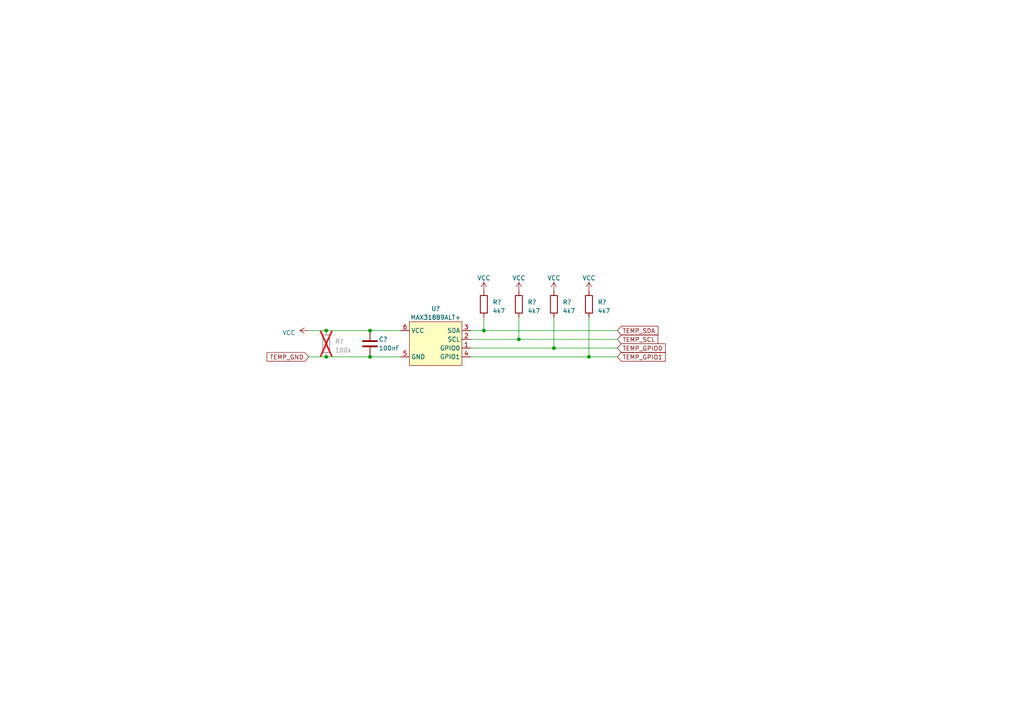
<source format=kicad_sch>
(kicad_sch (version 20230121) (generator eeschema)

  (uuid 92fb2d73-4d6f-4f2a-8a3b-975f12a8adaf)

  (paper "A4")

  (lib_symbols
    (symbol "Device:C" (pin_numbers hide) (pin_names (offset 0.254)) (in_bom yes) (on_board yes)
      (property "Reference" "C" (at 0.635 2.54 0)
        (effects (font (size 1.27 1.27)) (justify left))
      )
      (property "Value" "C" (at 0.635 -2.54 0)
        (effects (font (size 1.27 1.27)) (justify left))
      )
      (property "Footprint" "" (at 0.9652 -3.81 0)
        (effects (font (size 1.27 1.27)) hide)
      )
      (property "Datasheet" "~" (at 0 0 0)
        (effects (font (size 1.27 1.27)) hide)
      )
      (property "ki_keywords" "cap capacitor" (at 0 0 0)
        (effects (font (size 1.27 1.27)) hide)
      )
      (property "ki_description" "Unpolarized capacitor" (at 0 0 0)
        (effects (font (size 1.27 1.27)) hide)
      )
      (property "ki_fp_filters" "C_*" (at 0 0 0)
        (effects (font (size 1.27 1.27)) hide)
      )
      (symbol "C_0_1"
        (polyline
          (pts
            (xy -2.032 -0.762)
            (xy 2.032 -0.762)
          )
          (stroke (width 0.508) (type default))
          (fill (type none))
        )
        (polyline
          (pts
            (xy -2.032 0.762)
            (xy 2.032 0.762)
          )
          (stroke (width 0.508) (type default))
          (fill (type none))
        )
      )
      (symbol "C_1_1"
        (pin passive line (at 0 3.81 270) (length 2.794)
          (name "~" (effects (font (size 1.27 1.27))))
          (number "1" (effects (font (size 1.27 1.27))))
        )
        (pin passive line (at 0 -3.81 90) (length 2.794)
          (name "~" (effects (font (size 1.27 1.27))))
          (number "2" (effects (font (size 1.27 1.27))))
        )
      )
    )
    (symbol "Device:R" (pin_numbers hide) (pin_names (offset 0)) (in_bom yes) (on_board yes)
      (property "Reference" "R" (at 2.032 0 90)
        (effects (font (size 1.27 1.27)))
      )
      (property "Value" "R" (at 0 0 90)
        (effects (font (size 1.27 1.27)))
      )
      (property "Footprint" "" (at -1.778 0 90)
        (effects (font (size 1.27 1.27)) hide)
      )
      (property "Datasheet" "~" (at 0 0 0)
        (effects (font (size 1.27 1.27)) hide)
      )
      (property "ki_keywords" "R res resistor" (at 0 0 0)
        (effects (font (size 1.27 1.27)) hide)
      )
      (property "ki_description" "Resistor" (at 0 0 0)
        (effects (font (size 1.27 1.27)) hide)
      )
      (property "ki_fp_filters" "R_*" (at 0 0 0)
        (effects (font (size 1.27 1.27)) hide)
      )
      (symbol "R_0_1"
        (rectangle (start -1.016 -2.54) (end 1.016 2.54)
          (stroke (width 0.254) (type default))
          (fill (type none))
        )
      )
      (symbol "R_1_1"
        (pin passive line (at 0 3.81 270) (length 1.27)
          (name "~" (effects (font (size 1.27 1.27))))
          (number "1" (effects (font (size 1.27 1.27))))
        )
        (pin passive line (at 0 -3.81 90) (length 1.27)
          (name "~" (effects (font (size 1.27 1.27))))
          (number "2" (effects (font (size 1.27 1.27))))
        )
      )
    )
    (symbol "MAX31889:MAX31889" (in_bom yes) (on_board yes)
      (property "Reference" "U" (at 0 -10.16 0)
        (effects (font (size 1.27 1.27)))
      )
      (property "Value" "MAX31889" (at 0 -7.62 0)
        (effects (font (size 1.27 1.27)))
      )
      (property "Footprint" "" (at -2.54 2.54 0)
        (effects (font (size 1.27 1.27)) hide)
      )
      (property "Datasheet" "" (at -2.54 2.54 0)
        (effects (font (size 1.27 1.27)) hide)
      )
      (symbol "MAX31889_0_1"
        (rectangle (start -7.62 7.62) (end 7.62 -5.08)
          (stroke (width 0) (type default))
          (fill (type background))
        )
      )
      (symbol "MAX31889_1_0"
        (pin bidirectional line (at 10.16 0 180) (length 2.54)
          (name "GPIO0" (effects (font (size 1.27 1.27))))
          (number "1" (effects (font (size 1.27 1.27))))
        )
        (pin input line (at 10.16 2.54 180) (length 2.54)
          (name "SCL" (effects (font (size 1.27 1.27))))
          (number "2" (effects (font (size 1.27 1.27))))
        )
        (pin bidirectional line (at 10.16 5.08 180) (length 2.54)
          (name "SDA" (effects (font (size 1.27 1.27))))
          (number "3" (effects (font (size 1.27 1.27))))
        )
        (pin bidirectional line (at 10.16 -2.54 180) (length 2.54)
          (name "GPIO1" (effects (font (size 1.27 1.27))))
          (number "4" (effects (font (size 1.27 1.27))))
        )
        (pin power_in line (at -10.16 -2.54 0) (length 2.54)
          (name "GND" (effects (font (size 1.27 1.27))))
          (number "5" (effects (font (size 1.27 1.27))))
        )
        (pin power_in line (at -10.16 5.08 0) (length 2.54)
          (name "VCC" (effects (font (size 1.27 1.27))))
          (number "6" (effects (font (size 1.27 1.27))))
        )
      )
    )
    (symbol "power:VCC" (power) (pin_names (offset 0)) (in_bom yes) (on_board yes)
      (property "Reference" "#PWR" (at 0 -3.81 0)
        (effects (font (size 1.27 1.27)) hide)
      )
      (property "Value" "VCC" (at 0 3.81 0)
        (effects (font (size 1.27 1.27)))
      )
      (property "Footprint" "" (at 0 0 0)
        (effects (font (size 1.27 1.27)) hide)
      )
      (property "Datasheet" "" (at 0 0 0)
        (effects (font (size 1.27 1.27)) hide)
      )
      (property "ki_keywords" "global power" (at 0 0 0)
        (effects (font (size 1.27 1.27)) hide)
      )
      (property "ki_description" "Power symbol creates a global label with name \"VCC\"" (at 0 0 0)
        (effects (font (size 1.27 1.27)) hide)
      )
      (symbol "VCC_0_1"
        (polyline
          (pts
            (xy -0.762 1.27)
            (xy 0 2.54)
          )
          (stroke (width 0) (type default))
          (fill (type none))
        )
        (polyline
          (pts
            (xy 0 0)
            (xy 0 2.54)
          )
          (stroke (width 0) (type default))
          (fill (type none))
        )
        (polyline
          (pts
            (xy 0 2.54)
            (xy 0.762 1.27)
          )
          (stroke (width 0) (type default))
          (fill (type none))
        )
      )
      (symbol "VCC_1_1"
        (pin power_in line (at 0 0 90) (length 0) hide
          (name "VCC" (effects (font (size 1.27 1.27))))
          (number "1" (effects (font (size 1.27 1.27))))
        )
      )
    )
  )

  (junction (at 107.315 95.885) (diameter 0) (color 0 0 0 0)
    (uuid 08973b99-aeab-4b95-a03f-a5ec07371157)
  )
  (junction (at 140.335 95.885) (diameter 0) (color 0 0 0 0)
    (uuid 090dbfd0-c6ab-435d-a95b-09545235c2e0)
  )
  (junction (at 170.815 103.505) (diameter 0) (color 0 0 0 0)
    (uuid 2cb6ee6b-e119-4152-a2f3-25630f825afa)
  )
  (junction (at 107.315 103.505) (diameter 0) (color 0 0 0 0)
    (uuid 559a9ecf-385d-4fe3-a125-a74d4b345ff1)
  )
  (junction (at 94.615 95.885) (diameter 0) (color 0 0 0 0)
    (uuid 8d8988d6-1a86-4847-8fa0-d362f2b51dc4)
  )
  (junction (at 160.655 100.965) (diameter 0) (color 0 0 0 0)
    (uuid 8f644909-0699-40b0-9988-b2fbfce1ef60)
  )
  (junction (at 94.615 103.505) (diameter 0) (color 0 0 0 0)
    (uuid d7fec721-6bf0-43a9-8138-204b73d947fe)
  )
  (junction (at 150.495 98.425) (diameter 0) (color 0 0 0 0)
    (uuid deedbf07-7067-4309-9c00-a1f4c9bb5121)
  )

  (wire (pts (xy 94.615 103.505) (xy 107.315 103.505))
    (stroke (width 0) (type default))
    (uuid 2ea3f6cf-7051-485d-a1d9-ac46b63e8473)
  )
  (wire (pts (xy 136.525 98.425) (xy 150.495 98.425))
    (stroke (width 0) (type default))
    (uuid 37d2919c-8868-4160-a1ec-4297cdacd818)
  )
  (wire (pts (xy 170.815 92.075) (xy 170.815 103.505))
    (stroke (width 0) (type default))
    (uuid 4ea6bc84-6131-4629-8723-acd4404f7907)
  )
  (wire (pts (xy 170.815 103.505) (xy 179.07 103.505))
    (stroke (width 0) (type default))
    (uuid 7d2c4e2c-aefe-4ed3-ad96-1d9308b04049)
  )
  (wire (pts (xy 150.495 92.075) (xy 150.495 98.425))
    (stroke (width 0) (type default))
    (uuid 7f72b3b4-6a44-4dd2-893e-1ad5db9abe1e)
  )
  (wire (pts (xy 94.615 95.885) (xy 107.315 95.885))
    (stroke (width 0) (type default))
    (uuid 8489fdb1-58ce-49a2-aff8-7fdd596386b2)
  )
  (wire (pts (xy 107.315 103.505) (xy 116.205 103.505))
    (stroke (width 0) (type default))
    (uuid 8a89d21f-c900-4a47-82e2-40177d8cf5ce)
  )
  (wire (pts (xy 136.525 100.965) (xy 160.655 100.965))
    (stroke (width 0) (type default))
    (uuid b64656a9-a6f0-4175-88f4-f74c71bdef11)
  )
  (wire (pts (xy 140.335 92.075) (xy 140.335 95.885))
    (stroke (width 0) (type default))
    (uuid bda23f17-1d5f-47a5-87d1-f06c66d52566)
  )
  (wire (pts (xy 179.07 95.885) (xy 140.335 95.885))
    (stroke (width 0) (type default))
    (uuid c26bbef7-2ba1-42ec-bde3-c6c02bebd89a)
  )
  (wire (pts (xy 107.315 95.885) (xy 116.205 95.885))
    (stroke (width 0) (type default))
    (uuid c2958c3e-7803-4339-a7de-d284bb194913)
  )
  (wire (pts (xy 160.655 92.075) (xy 160.655 100.965))
    (stroke (width 0) (type default))
    (uuid ca8db119-757a-4d88-b749-855bc28d5bb7)
  )
  (wire (pts (xy 136.525 103.505) (xy 170.815 103.505))
    (stroke (width 0) (type default))
    (uuid cd38e36d-7f68-4829-a5ee-484160c970e9)
  )
  (wire (pts (xy 136.525 95.885) (xy 140.335 95.885))
    (stroke (width 0) (type default))
    (uuid ce164536-7cd6-450b-b192-30295dac3cc8)
  )
  (wire (pts (xy 160.655 100.965) (xy 179.07 100.965))
    (stroke (width 0) (type default))
    (uuid d6c1fba8-7595-4119-9bb7-eda68d5b9d06)
  )
  (wire (pts (xy 150.495 98.425) (xy 179.07 98.425))
    (stroke (width 0) (type default))
    (uuid de834731-3957-4533-9184-70d836af4aa6)
  )
  (wire (pts (xy 89.535 103.505) (xy 94.615 103.505))
    (stroke (width 0) (type default))
    (uuid f6b90128-6701-4e77-b909-6c479ad28c8a)
  )
  (wire (pts (xy 89.535 95.885) (xy 94.615 95.885))
    (stroke (width 0) (type default))
    (uuid fcc4d22c-739a-48ca-b68a-461ab3f1b59e)
  )

  (global_label "TEMP_SCL" (shape input) (at 179.07 98.425 0) (fields_autoplaced)
    (effects (font (size 1.27 1.27)) (justify left))
    (uuid 4ef4f51d-ca8a-47d0-a57e-3a602a05365e)
    (property "Intersheetrefs" "${INTERSHEET_REFS}" (at 191.289 98.425 0)
      (effects (font (size 1.27 1.27)) (justify left) hide)
    )
  )
  (global_label "TEMP_GPIO1" (shape input) (at 179.07 103.505 0) (fields_autoplaced)
    (effects (font (size 1.27 1.27)) (justify left))
    (uuid 7ccb9a11-6725-458d-8d5d-c7d535fbfcb1)
    (property "Intersheetrefs" "${INTERSHEET_REFS}" (at 193.4662 103.505 0)
      (effects (font (size 1.27 1.27)) (justify left) hide)
    )
  )
  (global_label "TEMP_SDA" (shape input) (at 179.07 95.885 0) (fields_autoplaced)
    (effects (font (size 1.27 1.27)) (justify left))
    (uuid cf907a91-4cce-477a-a165-c1e80f286377)
    (property "Intersheetrefs" "${INTERSHEET_REFS}" (at 191.3495 95.885 0)
      (effects (font (size 1.27 1.27)) (justify left) hide)
    )
  )
  (global_label "TEMP_GND" (shape input) (at 89.535 103.505 180) (fields_autoplaced)
    (effects (font (size 1.27 1.27)) (justify right))
    (uuid d51b9590-5323-4e34-92b3-6749601b0dc6)
    (property "Intersheetrefs" "${INTERSHEET_REFS}" (at 76.9531 103.505 0)
      (effects (font (size 1.27 1.27)) (justify right) hide)
    )
  )
  (global_label "TEMP_GPIO0" (shape input) (at 179.07 100.965 0) (fields_autoplaced)
    (effects (font (size 1.27 1.27)) (justify left))
    (uuid fdee9bc3-377e-438d-9c11-304c54a1d496)
    (property "Intersheetrefs" "${INTERSHEET_REFS}" (at 193.4662 100.965 0)
      (effects (font (size 1.27 1.27)) (justify left) hide)
    )
  )

  (symbol (lib_id "power:VCC") (at 150.495 84.455 0) (unit 1)
    (in_bom yes) (on_board yes) (dnp no) (fields_autoplaced)
    (uuid 30cea4b5-3a85-4261-b1ae-6d9c4d9f5e08)
    (property "Reference" "#PWR0176" (at 150.495 88.265 0)
      (effects (font (size 1.27 1.27)) hide)
    )
    (property "Value" "VCC" (at 150.495 80.645 0)
      (effects (font (size 1.27 1.27)))
    )
    (property "Footprint" "" (at 150.495 84.455 0)
      (effects (font (size 1.27 1.27)) hide)
    )
    (property "Datasheet" "" (at 150.495 84.455 0)
      (effects (font (size 1.27 1.27)) hide)
    )
    (pin "1" (uuid 6b847d71-b844-4060-abfa-3611726b19fa))
    (instances
      (project "SolarTemperatureSensor"
        (path "/0eb44c0c-d1a8-4a0f-ba1d-588ef5b52663/d429dd98-c02a-4c22-826d-4751c46cf9d8"
          (reference "#PWR0176") (unit 1)
        )
      )
    )
  )

  (symbol (lib_id "Device:R") (at 150.495 88.265 0) (unit 1)
    (in_bom yes) (on_board yes) (dnp no) (fields_autoplaced)
    (uuid 38657400-5f96-46ea-a9ca-8a60aa16d1de)
    (property "Reference" "R?" (at 153.035 87.63 0)
      (effects (font (size 1.27 1.27)) (justify left))
    )
    (property "Value" "4k7" (at 153.035 90.17 0)
      (effects (font (size 1.27 1.27)) (justify left))
    )
    (property "Footprint" "Resistor_SMD:R_0603_1608Metric_Pad0.98x0.95mm_HandSolder" (at 148.717 88.265 90)
      (effects (font (size 1.27 1.27)) hide)
    )
    (property "Datasheet" "~" (at 150.495 88.265 0)
      (effects (font (size 1.27 1.27)) hide)
    )
    (pin "1" (uuid 57b43362-36e8-46d2-986d-43090193f3c9))
    (pin "2" (uuid 84f30f52-9e44-4485-b7ea-081855addbdd))
    (instances
      (project "SolarTemperatureSensor"
        (path "/0eb44c0c-d1a8-4a0f-ba1d-588ef5b52663"
          (reference "R?") (unit 1)
        )
        (path "/0eb44c0c-d1a8-4a0f-ba1d-588ef5b52663/d429dd98-c02a-4c22-826d-4751c46cf9d8"
          (reference "R39") (unit 1)
        )
      )
    )
  )

  (symbol (lib_id "MAX31889:MAX31889") (at 126.365 100.965 0) (unit 1)
    (in_bom yes) (on_board yes) (dnp no) (fields_autoplaced)
    (uuid 4994f87e-a607-4e4d-bfbd-521a6e5f6890)
    (property "Reference" "U?" (at 126.365 89.535 0)
      (effects (font (size 1.27 1.27)))
    )
    (property "Value" "MAX31889ALT+" (at 126.365 92.075 0)
      (effects (font (size 1.27 1.27)))
    )
    (property "Footprint" "MAX31889:MAXIM-uDFN6" (at 123.825 98.425 0)
      (effects (font (size 1.27 1.27)) hide)
    )
    (property "Datasheet" "" (at 123.825 98.425 0)
      (effects (font (size 1.27 1.27)) hide)
    )
    (pin "1" (uuid c810925c-11db-4247-8ef8-949e85f0ac8b))
    (pin "2" (uuid cacefc8f-5c06-4a98-ad1c-a196b32f15fd))
    (pin "3" (uuid b354ceb0-44b0-44ec-853b-e50945e124d2))
    (pin "4" (uuid 6c3512f1-b2df-4e62-8fe2-7b4533754bfd))
    (pin "5" (uuid 8a4c1f33-a310-4f6f-8a09-b9cc11424f81))
    (pin "6" (uuid d23c95df-456f-4ab4-a921-d8677a1298a6))
    (instances
      (project "SolarTemperatureSensor"
        (path "/0eb44c0c-d1a8-4a0f-ba1d-588ef5b52663"
          (reference "U?") (unit 1)
        )
        (path "/0eb44c0c-d1a8-4a0f-ba1d-588ef5b52663/d429dd98-c02a-4c22-826d-4751c46cf9d8"
          (reference "U5") (unit 1)
        )
      )
    )
  )

  (symbol (lib_id "Device:C") (at 107.315 99.695 0) (unit 1)
    (in_bom yes) (on_board yes) (dnp no)
    (uuid 4afb9313-bf0e-4b60-8d25-78c915cdeba4)
    (property "Reference" "C?" (at 109.855 98.425 0)
      (effects (font (size 1.27 1.27)) (justify left))
    )
    (property "Value" "100nF" (at 109.855 100.965 0)
      (effects (font (size 1.27 1.27)) (justify left))
    )
    (property "Footprint" "Capacitor_SMD:C_0603_1608Metric_Pad1.08x0.95mm_HandSolder" (at 108.2802 103.505 0)
      (effects (font (size 1.27 1.27)) hide)
    )
    (property "Datasheet" "~" (at 107.315 99.695 0)
      (effects (font (size 1.27 1.27)) hide)
    )
    (pin "1" (uuid 26ededed-9b0c-4e92-8d4f-3ea836866ae5))
    (pin "2" (uuid 113a782a-12b0-4cb2-bde2-3464f50bec96))
    (instances
      (project "SolarTemperatureSensor"
        (path "/0eb44c0c-d1a8-4a0f-ba1d-588ef5b52663"
          (reference "C?") (unit 1)
        )
        (path "/0eb44c0c-d1a8-4a0f-ba1d-588ef5b52663/d429dd98-c02a-4c22-826d-4751c46cf9d8"
          (reference "C28") (unit 1)
        )
      )
    )
  )

  (symbol (lib_id "power:VCC") (at 89.535 95.885 90) (unit 1)
    (in_bom yes) (on_board yes) (dnp no) (fields_autoplaced)
    (uuid 75aa51ef-5566-4194-bd9a-66d12e4f1856)
    (property "Reference" "#PWR0177" (at 93.345 95.885 0)
      (effects (font (size 1.27 1.27)) hide)
    )
    (property "Value" "VCC" (at 85.725 96.52 90)
      (effects (font (size 1.27 1.27)) (justify left))
    )
    (property "Footprint" "" (at 89.535 95.885 0)
      (effects (font (size 1.27 1.27)) hide)
    )
    (property "Datasheet" "" (at 89.535 95.885 0)
      (effects (font (size 1.27 1.27)) hide)
    )
    (pin "1" (uuid a1fdbf62-5dfd-4965-9ee6-32a40ac64a05))
    (instances
      (project "SolarTemperatureSensor"
        (path "/0eb44c0c-d1a8-4a0f-ba1d-588ef5b52663/d429dd98-c02a-4c22-826d-4751c46cf9d8"
          (reference "#PWR0177") (unit 1)
        )
      )
    )
  )

  (symbol (lib_id "power:VCC") (at 170.815 84.455 0) (unit 1)
    (in_bom yes) (on_board yes) (dnp no) (fields_autoplaced)
    (uuid bc6d6018-2a4d-48f0-a576-b4b1bce6522a)
    (property "Reference" "#PWR0173" (at 170.815 88.265 0)
      (effects (font (size 1.27 1.27)) hide)
    )
    (property "Value" "VCC" (at 170.815 80.645 0)
      (effects (font (size 1.27 1.27)))
    )
    (property "Footprint" "" (at 170.815 84.455 0)
      (effects (font (size 1.27 1.27)) hide)
    )
    (property "Datasheet" "" (at 170.815 84.455 0)
      (effects (font (size 1.27 1.27)) hide)
    )
    (pin "1" (uuid d3b2a30f-5529-4579-8322-9cbaa7471a9b))
    (instances
      (project "SolarTemperatureSensor"
        (path "/0eb44c0c-d1a8-4a0f-ba1d-588ef5b52663/d429dd98-c02a-4c22-826d-4751c46cf9d8"
          (reference "#PWR0173") (unit 1)
        )
      )
    )
  )

  (symbol (lib_id "power:VCC") (at 140.335 84.455 0) (unit 1)
    (in_bom yes) (on_board yes) (dnp no) (fields_autoplaced)
    (uuid c5265031-285f-4ef0-9dc5-a6f565b61ad8)
    (property "Reference" "#PWR0175" (at 140.335 88.265 0)
      (effects (font (size 1.27 1.27)) hide)
    )
    (property "Value" "VCC" (at 140.335 80.645 0)
      (effects (font (size 1.27 1.27)))
    )
    (property "Footprint" "" (at 140.335 84.455 0)
      (effects (font (size 1.27 1.27)) hide)
    )
    (property "Datasheet" "" (at 140.335 84.455 0)
      (effects (font (size 1.27 1.27)) hide)
    )
    (pin "1" (uuid cb48e79b-c4a5-477e-baf8-56bb8dcd6bfa))
    (instances
      (project "SolarTemperatureSensor"
        (path "/0eb44c0c-d1a8-4a0f-ba1d-588ef5b52663/d429dd98-c02a-4c22-826d-4751c46cf9d8"
          (reference "#PWR0175") (unit 1)
        )
      )
    )
  )

  (symbol (lib_id "Device:R") (at 170.815 88.265 0) (unit 1)
    (in_bom yes) (on_board yes) (dnp no) (fields_autoplaced)
    (uuid c8703f2d-8969-4450-a111-bff60cc2b501)
    (property "Reference" "R?" (at 173.355 87.63 0)
      (effects (font (size 1.27 1.27)) (justify left))
    )
    (property "Value" "4k7" (at 173.355 90.17 0)
      (effects (font (size 1.27 1.27)) (justify left))
    )
    (property "Footprint" "Resistor_SMD:R_0603_1608Metric_Pad0.98x0.95mm_HandSolder" (at 169.037 88.265 90)
      (effects (font (size 1.27 1.27)) hide)
    )
    (property "Datasheet" "~" (at 170.815 88.265 0)
      (effects (font (size 1.27 1.27)) hide)
    )
    (pin "1" (uuid 16d88c43-fb89-408d-bba4-a0f59f644bf7))
    (pin "2" (uuid 287677e6-3db4-4dc1-aad9-a870dd003205))
    (instances
      (project "SolarTemperatureSensor"
        (path "/0eb44c0c-d1a8-4a0f-ba1d-588ef5b52663"
          (reference "R?") (unit 1)
        )
        (path "/0eb44c0c-d1a8-4a0f-ba1d-588ef5b52663/d429dd98-c02a-4c22-826d-4751c46cf9d8"
          (reference "R41") (unit 1)
        )
      )
    )
  )

  (symbol (lib_id "Device:R") (at 140.335 88.265 0) (unit 1)
    (in_bom yes) (on_board yes) (dnp no) (fields_autoplaced)
    (uuid d6352ac7-6422-4acd-8405-6774e1319897)
    (property "Reference" "R?" (at 142.875 87.63 0)
      (effects (font (size 1.27 1.27)) (justify left))
    )
    (property "Value" "4k7" (at 142.875 90.17 0)
      (effects (font (size 1.27 1.27)) (justify left))
    )
    (property "Footprint" "Resistor_SMD:R_0603_1608Metric_Pad0.98x0.95mm_HandSolder" (at 138.557 88.265 90)
      (effects (font (size 1.27 1.27)) hide)
    )
    (property "Datasheet" "~" (at 140.335 88.265 0)
      (effects (font (size 1.27 1.27)) hide)
    )
    (pin "1" (uuid f6d6874c-9456-46cc-86ea-9ad69cdf008e))
    (pin "2" (uuid a2f2d39e-79e3-4aab-a5c9-26e563d2b864))
    (instances
      (project "SolarTemperatureSensor"
        (path "/0eb44c0c-d1a8-4a0f-ba1d-588ef5b52663"
          (reference "R?") (unit 1)
        )
        (path "/0eb44c0c-d1a8-4a0f-ba1d-588ef5b52663/d429dd98-c02a-4c22-826d-4751c46cf9d8"
          (reference "R38") (unit 1)
        )
      )
    )
  )

  (symbol (lib_id "power:VCC") (at 160.655 84.455 0) (unit 1)
    (in_bom yes) (on_board yes) (dnp no) (fields_autoplaced)
    (uuid dd350835-3ae1-4a74-b81a-8b50675e58b2)
    (property "Reference" "#PWR0174" (at 160.655 88.265 0)
      (effects (font (size 1.27 1.27)) hide)
    )
    (property "Value" "VCC" (at 160.655 80.645 0)
      (effects (font (size 1.27 1.27)))
    )
    (property "Footprint" "" (at 160.655 84.455 0)
      (effects (font (size 1.27 1.27)) hide)
    )
    (property "Datasheet" "" (at 160.655 84.455 0)
      (effects (font (size 1.27 1.27)) hide)
    )
    (pin "1" (uuid df2830e8-592a-46fc-9301-d4fa264cf179))
    (instances
      (project "SolarTemperatureSensor"
        (path "/0eb44c0c-d1a8-4a0f-ba1d-588ef5b52663/d429dd98-c02a-4c22-826d-4751c46cf9d8"
          (reference "#PWR0174") (unit 1)
        )
      )
    )
  )

  (symbol (lib_id "Device:R") (at 160.655 88.265 0) (unit 1)
    (in_bom yes) (on_board yes) (dnp no) (fields_autoplaced)
    (uuid e1f054b9-e55d-48d2-86d3-7d42db4d649a)
    (property "Reference" "R?" (at 163.195 87.63 0)
      (effects (font (size 1.27 1.27)) (justify left))
    )
    (property "Value" "4k7" (at 163.195 90.17 0)
      (effects (font (size 1.27 1.27)) (justify left))
    )
    (property "Footprint" "Resistor_SMD:R_0603_1608Metric_Pad0.98x0.95mm_HandSolder" (at 158.877 88.265 90)
      (effects (font (size 1.27 1.27)) hide)
    )
    (property "Datasheet" "~" (at 160.655 88.265 0)
      (effects (font (size 1.27 1.27)) hide)
    )
    (pin "1" (uuid e9aa1081-e5e3-41cb-8489-4d7b5c132539))
    (pin "2" (uuid dbce79d4-bf0d-4c5c-ac2b-9b88383f5456))
    (instances
      (project "SolarTemperatureSensor"
        (path "/0eb44c0c-d1a8-4a0f-ba1d-588ef5b52663"
          (reference "R?") (unit 1)
        )
        (path "/0eb44c0c-d1a8-4a0f-ba1d-588ef5b52663/d429dd98-c02a-4c22-826d-4751c46cf9d8"
          (reference "R40") (unit 1)
        )
      )
    )
  )

  (symbol (lib_id "Device:R") (at 94.615 99.695 0) (unit 1)
    (in_bom yes) (on_board yes) (dnp yes) (fields_autoplaced)
    (uuid e393c817-14d5-43b9-9d0e-2dded3a6b71e)
    (property "Reference" "R?" (at 97.155 99.06 0)
      (effects (font (size 1.27 1.27)) (justify left))
    )
    (property "Value" "100k" (at 97.155 101.6 0)
      (effects (font (size 1.27 1.27)) (justify left))
    )
    (property "Footprint" "Resistor_SMD:R_0603_1608Metric_Pad0.98x0.95mm_HandSolder" (at 92.837 99.695 90)
      (effects (font (size 1.27 1.27)) hide)
    )
    (property "Datasheet" "~" (at 94.615 99.695 0)
      (effects (font (size 1.27 1.27)) hide)
    )
    (pin "1" (uuid 989c808e-1a5f-4531-a23a-4006ab2c3621))
    (pin "2" (uuid 8cb9a8d5-da61-4677-b4c8-dc9fbf6222b4))
    (instances
      (project "SolarTemperatureSensor"
        (path "/0eb44c0c-d1a8-4a0f-ba1d-588ef5b52663"
          (reference "R?") (unit 1)
        )
        (path "/0eb44c0c-d1a8-4a0f-ba1d-588ef5b52663/d429dd98-c02a-4c22-826d-4751c46cf9d8"
          (reference "R42") (unit 1)
        )
      )
    )
  )
)

</source>
